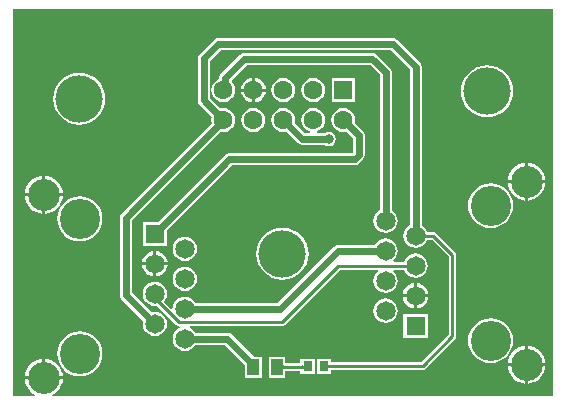
<source format=gtl>
G04*
G04 #@! TF.GenerationSoftware,Altium Limited,Altium Designer,20.0.13 (296)*
G04*
G04 Layer_Physical_Order=1*
G04 Layer_Color=255*
%FSLAX44Y44*%
%MOMM*%
G71*
G01*
G75*
%ADD13C,0.2540*%
%ADD14R,0.8000X0.9000*%
%ADD15R,1.0000X1.4000*%
%ADD26C,0.6000*%
%ADD27C,3.4000*%
%ADD28R,1.6500X1.6500*%
%ADD29C,1.6500*%
%ADD30C,2.7000*%
%ADD31C,4.0000*%
%ADD32C,1.6050*%
%ADD33R,1.6050X1.6050*%
%ADD34C,0.8000*%
G36*
X460431Y3569D02*
X36633D01*
X36315Y4839D01*
X38205Y5849D01*
X40647Y7853D01*
X42651Y10295D01*
X44141Y13082D01*
X45058Y16106D01*
X45243Y17980D01*
X29250D01*
X13257D01*
X13442Y16106D01*
X14359Y13082D01*
X15849Y10295D01*
X17853Y7853D01*
X20296Y5849D01*
X22185Y4839D01*
X21867Y3569D01*
X3569D01*
Y331431D01*
X460431D01*
Y3569D01*
D02*
G37*
%LPC*%
G36*
X207970Y273389D02*
Y264170D01*
X217189D01*
X216993Y265658D01*
X215928Y268228D01*
X214235Y270435D01*
X212028Y272129D01*
X209458Y273193D01*
X207970Y273389D01*
D02*
G37*
G36*
X205430Y273389D02*
X203942Y273193D01*
X201372Y272129D01*
X199165Y270435D01*
X197472Y268228D01*
X196407Y265658D01*
X196211Y264170D01*
X205430D01*
Y273389D01*
D02*
G37*
G36*
X292925Y272925D02*
X272875D01*
Y252875D01*
X292925D01*
Y272925D01*
D02*
G37*
G36*
X257500Y273011D02*
X254883Y272667D01*
X252444Y271657D01*
X250350Y270050D01*
X248743Y267956D01*
X247733Y265517D01*
X247388Y262900D01*
X247733Y260283D01*
X248743Y257844D01*
X250350Y255750D01*
X252444Y254143D01*
X254883Y253133D01*
X257500Y252789D01*
X260117Y253133D01*
X262556Y254143D01*
X264650Y255750D01*
X266257Y257844D01*
X267267Y260283D01*
X267612Y262900D01*
X267267Y265517D01*
X266257Y267956D01*
X264650Y270050D01*
X262556Y271657D01*
X260117Y272667D01*
X257500Y273011D01*
D02*
G37*
G36*
X232100D02*
X229483Y272667D01*
X227044Y271657D01*
X224950Y270050D01*
X223343Y267956D01*
X222333Y265517D01*
X221989Y262900D01*
X222333Y260283D01*
X223343Y257844D01*
X224950Y255750D01*
X227044Y254143D01*
X229483Y253133D01*
X232100Y252789D01*
X234717Y253133D01*
X237156Y254143D01*
X239250Y255750D01*
X240857Y257844D01*
X241867Y260283D01*
X242211Y262900D01*
X241867Y265517D01*
X240857Y267956D01*
X239250Y270050D01*
X237156Y271657D01*
X234717Y272667D01*
X232100Y273011D01*
D02*
G37*
G36*
X205430Y261630D02*
X196211D01*
X196407Y260142D01*
X197472Y257572D01*
X199165Y255365D01*
X201372Y253671D01*
X203942Y252607D01*
X205430Y252411D01*
Y261630D01*
D02*
G37*
G36*
X217189D02*
X207970D01*
Y252411D01*
X209458Y252607D01*
X212028Y253671D01*
X214235Y255365D01*
X215928Y257572D01*
X216993Y260142D01*
X217189Y261630D01*
D02*
G37*
G36*
X404500Y283856D02*
X400187Y283432D01*
X396040Y282174D01*
X392218Y280131D01*
X388868Y277382D01*
X386119Y274032D01*
X384076Y270210D01*
X382818Y266063D01*
X382394Y261750D01*
X382818Y257437D01*
X384076Y253290D01*
X386119Y249468D01*
X388868Y246118D01*
X392218Y243369D01*
X396040Y241326D01*
X400187Y240068D01*
X404500Y239644D01*
X408813Y240068D01*
X412960Y241326D01*
X416782Y243369D01*
X420132Y246118D01*
X422881Y249468D01*
X424924Y253290D01*
X426182Y257437D01*
X426606Y261750D01*
X426182Y266063D01*
X424924Y270210D01*
X422881Y274032D01*
X420132Y277382D01*
X416782Y280131D01*
X412960Y282174D01*
X408813Y283432D01*
X404500Y283856D01*
D02*
G37*
G36*
X59250Y277606D02*
X54937Y277182D01*
X50790Y275924D01*
X46968Y273881D01*
X43618Y271132D01*
X40869Y267782D01*
X38826Y263960D01*
X37568Y259813D01*
X37144Y255500D01*
X37568Y251187D01*
X38826Y247040D01*
X40869Y243218D01*
X43618Y239868D01*
X46968Y237119D01*
X50790Y235076D01*
X54937Y233818D01*
X59250Y233394D01*
X63563Y233818D01*
X67710Y235076D01*
X71532Y237119D01*
X74882Y239868D01*
X77631Y243218D01*
X79674Y247040D01*
X80932Y251187D01*
X81356Y255500D01*
X80932Y259813D01*
X79674Y263960D01*
X77631Y267782D01*
X74882Y271132D01*
X71532Y273881D01*
X67710Y275924D01*
X63563Y277182D01*
X59250Y277606D01*
D02*
G37*
G36*
X206700Y247612D02*
X204083Y247267D01*
X201644Y246257D01*
X199550Y244650D01*
X197943Y242556D01*
X196933Y240117D01*
X196588Y237500D01*
X196933Y234883D01*
X197943Y232444D01*
X199550Y230350D01*
X201644Y228743D01*
X204083Y227733D01*
X206700Y227388D01*
X209317Y227733D01*
X211756Y228743D01*
X213850Y230350D01*
X215457Y232444D01*
X216467Y234883D01*
X216812Y237500D01*
X216467Y240117D01*
X215457Y242556D01*
X213850Y244650D01*
X211756Y246257D01*
X209317Y247267D01*
X206700Y247612D01*
D02*
G37*
G36*
X257500D02*
X254883Y247267D01*
X252444Y246257D01*
X250350Y244650D01*
X248743Y242556D01*
X247733Y240117D01*
X247388Y237500D01*
X247733Y234883D01*
X248743Y232444D01*
X250350Y230350D01*
X252444Y228743D01*
X254557Y227868D01*
X254305Y226598D01*
X250212D01*
X241874Y234936D01*
X242211Y237500D01*
X241867Y240117D01*
X240857Y242556D01*
X239250Y244650D01*
X237156Y246257D01*
X234717Y247267D01*
X232100Y247612D01*
X229483Y247267D01*
X227044Y246257D01*
X224950Y244650D01*
X223343Y242556D01*
X222333Y240117D01*
X221989Y237500D01*
X222333Y234883D01*
X223343Y232444D01*
X224950Y230350D01*
X227044Y228743D01*
X229483Y227733D01*
X232100Y227388D01*
X234664Y227726D01*
X244495Y217895D01*
X246149Y216790D01*
X248100Y216402D01*
X267330D01*
X268159Y215848D01*
X270500Y215382D01*
X272841Y215848D01*
X274826Y217174D01*
X276152Y219159D01*
X276618Y221500D01*
X276152Y223841D01*
X274826Y225826D01*
X272841Y227152D01*
X270500Y227617D01*
X268159Y227152D01*
X267330Y226598D01*
X260695D01*
X260443Y227868D01*
X262556Y228743D01*
X264650Y230350D01*
X266257Y232444D01*
X267267Y234883D01*
X267612Y237500D01*
X267267Y240117D01*
X266257Y242556D01*
X264650Y244650D01*
X262556Y246257D01*
X260117Y247267D01*
X257500Y247612D01*
D02*
G37*
G36*
X439270Y201327D02*
Y186604D01*
X453993D01*
X453808Y188478D01*
X452891Y191502D01*
X451401Y194289D01*
X449397Y196731D01*
X446954Y198735D01*
X444168Y200225D01*
X441144Y201142D01*
X439270Y201327D01*
D02*
G37*
G36*
X436730D02*
X434856Y201142D01*
X431832Y200225D01*
X429045Y198735D01*
X426603Y196731D01*
X424599Y194289D01*
X423109Y191502D01*
X422192Y188478D01*
X422007Y186604D01*
X436730D01*
Y201327D01*
D02*
G37*
G36*
X30520Y190243D02*
Y175520D01*
X45243D01*
X45058Y177394D01*
X44141Y180418D01*
X42651Y183204D01*
X40647Y185647D01*
X38205Y187651D01*
X35418Y189141D01*
X32394Y190058D01*
X30520Y190243D01*
D02*
G37*
G36*
X27980D02*
X26106Y190058D01*
X23082Y189141D01*
X20296Y187651D01*
X17853Y185647D01*
X15849Y183204D01*
X14359Y180418D01*
X13442Y177394D01*
X13257Y175520D01*
X27980D01*
Y190243D01*
D02*
G37*
G36*
X436730Y184064D02*
X422007D01*
X422192Y182190D01*
X423109Y179166D01*
X424599Y176380D01*
X426603Y173937D01*
X429045Y171933D01*
X431832Y170443D01*
X434856Y169526D01*
X436730Y169342D01*
Y184064D01*
D02*
G37*
G36*
X453993D02*
X439270D01*
Y169342D01*
X441144Y169526D01*
X444168Y170443D01*
X446954Y171933D01*
X449397Y173937D01*
X451401Y176380D01*
X452891Y179166D01*
X453808Y182190D01*
X453993Y184064D01*
D02*
G37*
G36*
X45243Y172980D02*
X30520D01*
Y158258D01*
X32394Y158442D01*
X35418Y159359D01*
X38205Y160849D01*
X40647Y162853D01*
X42651Y165296D01*
X44141Y168082D01*
X45058Y171106D01*
X45243Y172980D01*
D02*
G37*
G36*
X27980D02*
X13257D01*
X13442Y171106D01*
X14359Y168082D01*
X15849Y165296D01*
X17853Y162853D01*
X20296Y160849D01*
X23082Y159359D01*
X26106Y158442D01*
X27980Y158258D01*
Y172980D01*
D02*
G37*
G36*
X407500Y184076D02*
X403775Y183709D01*
X400194Y182623D01*
X396893Y180858D01*
X394000Y178484D01*
X391626Y175591D01*
X389861Y172290D01*
X388775Y168709D01*
X388408Y164984D01*
X388775Y161259D01*
X389861Y157678D01*
X391626Y154377D01*
X394000Y151484D01*
X396893Y149110D01*
X400194Y147345D01*
X403775Y146259D01*
X407500Y145892D01*
X411225Y146259D01*
X414806Y147345D01*
X418107Y149110D01*
X421000Y151484D01*
X423374Y154377D01*
X425139Y157678D01*
X426225Y161259D01*
X426592Y164984D01*
X426225Y168709D01*
X425139Y172290D01*
X423374Y175591D01*
X421000Y178484D01*
X418107Y180858D01*
X414806Y182623D01*
X411225Y183709D01*
X407500Y184076D01*
D02*
G37*
G36*
X307500Y294348D02*
X198750D01*
X196799Y293960D01*
X195145Y292855D01*
X179284Y276993D01*
X178179Y275339D01*
X177791Y273389D01*
Y272297D01*
X176244Y271657D01*
X174150Y270050D01*
X172543Y267956D01*
X171533Y265517D01*
X171189Y262900D01*
X171533Y260283D01*
X172543Y257844D01*
X174150Y255750D01*
X176244Y254143D01*
X178683Y253133D01*
X181300Y252789D01*
X183917Y253133D01*
X186356Y254143D01*
X188450Y255750D01*
X190057Y257844D01*
X191067Y260283D01*
X191411Y262900D01*
X191067Y265517D01*
X190057Y267956D01*
X188450Y270050D01*
X188324Y270147D01*
X188257Y271548D01*
X200862Y284152D01*
X305388D01*
X313502Y276038D01*
Y161267D01*
X313431Y161237D01*
X311290Y159594D01*
X309647Y157453D01*
X308614Y154960D01*
X308262Y152284D01*
X308614Y149608D01*
X309647Y147115D01*
X311290Y144974D01*
X313431Y143331D01*
X315924Y142298D01*
X318600Y141946D01*
X321276Y142298D01*
X323769Y143331D01*
X325910Y144974D01*
X327553Y147115D01*
X328586Y149608D01*
X328938Y152284D01*
X328586Y154960D01*
X327553Y157453D01*
X325910Y159594D01*
X323769Y161237D01*
X323698Y161267D01*
Y278150D01*
X323310Y280101D01*
X322205Y281755D01*
X311105Y292855D01*
X309451Y293960D01*
X307500Y294348D01*
D02*
G37*
G36*
X59750Y172992D02*
X56025Y172625D01*
X52444Y171539D01*
X49143Y169774D01*
X46250Y167400D01*
X43876Y164507D01*
X42111Y161206D01*
X41025Y157625D01*
X40658Y153900D01*
X41025Y150175D01*
X42111Y146594D01*
X43876Y143293D01*
X46250Y140400D01*
X49143Y138026D01*
X52444Y136261D01*
X56025Y135175D01*
X59750Y134808D01*
X63475Y135175D01*
X67056Y136261D01*
X70357Y138026D01*
X73250Y140400D01*
X75624Y143293D01*
X77389Y146594D01*
X78475Y150175D01*
X78842Y153900D01*
X78475Y157625D01*
X77389Y161206D01*
X75624Y164507D01*
X73250Y167400D01*
X70357Y169774D01*
X67056Y171539D01*
X63475Y172625D01*
X59750Y172992D01*
D02*
G37*
G36*
X282900Y247612D02*
X280283Y247267D01*
X277844Y246257D01*
X275750Y244650D01*
X274143Y242556D01*
X273133Y240117D01*
X272789Y237500D01*
X273133Y234883D01*
X274143Y232444D01*
X275750Y230350D01*
X277844Y228743D01*
X280283Y227733D01*
X282900Y227388D01*
X285464Y227726D01*
X290902Y222288D01*
Y209876D01*
X290374Y209348D01*
X186300D01*
X184349Y208960D01*
X182695Y207855D01*
X126290Y151450D01*
X113000D01*
Y130950D01*
X133500D01*
Y144240D01*
X188412Y199152D01*
X292485D01*
X294436Y199540D01*
X296090Y200645D01*
X299605Y204160D01*
X300710Y205814D01*
X301098Y207765D01*
Y224400D01*
X300710Y226351D01*
X299605Y228005D01*
X292674Y234936D01*
X293011Y237500D01*
X292667Y240117D01*
X291657Y242556D01*
X290050Y244650D01*
X287956Y246257D01*
X285517Y247267D01*
X282900Y247612D01*
D02*
G37*
G36*
X148650Y138838D02*
X145974Y138486D01*
X143481Y137453D01*
X141340Y135810D01*
X139697Y133669D01*
X138664Y131176D01*
X138312Y128500D01*
X138664Y125824D01*
X139697Y123331D01*
X141340Y121190D01*
X143481Y119547D01*
X145974Y118514D01*
X148650Y118162D01*
X151326Y118514D01*
X153819Y119547D01*
X155960Y121190D01*
X157603Y123331D01*
X158636Y125824D01*
X158988Y128500D01*
X158636Y131176D01*
X157603Y133669D01*
X155960Y135810D01*
X153819Y137453D01*
X151326Y138486D01*
X148650Y138838D01*
D02*
G37*
G36*
X124520Y126516D02*
Y117070D01*
X133966D01*
X133762Y118617D01*
X132675Y121242D01*
X130946Y123496D01*
X128692Y125225D01*
X126067Y126312D01*
X124520Y126516D01*
D02*
G37*
G36*
X121980D02*
X120433Y126312D01*
X117809Y125225D01*
X115555Y123496D01*
X113825Y121242D01*
X112738Y118617D01*
X112534Y117070D01*
X121980D01*
Y126516D01*
D02*
G37*
G36*
Y114530D02*
X112534D01*
X112738Y112983D01*
X113825Y110358D01*
X115555Y108104D01*
X117809Y106375D01*
X120433Y105288D01*
X121980Y105084D01*
Y114530D01*
D02*
G37*
G36*
X133966D02*
X124520D01*
Y105084D01*
X126067Y105288D01*
X128692Y106375D01*
X130946Y108104D01*
X132675Y110358D01*
X133762Y112983D01*
X133966Y114530D01*
D02*
G37*
G36*
X318600Y137222D02*
X315924Y136870D01*
X313431Y135837D01*
X311290Y134194D01*
X309647Y132053D01*
X309562Y131848D01*
X278250D01*
X276299Y131460D01*
X274645Y130355D01*
X227088Y82798D01*
X157633D01*
X157603Y82869D01*
X155960Y85010D01*
X153819Y86653D01*
X151326Y87686D01*
X148650Y88038D01*
X145974Y87686D01*
X143481Y86653D01*
X141340Y85010D01*
X139697Y82869D01*
X138664Y80376D01*
X138377Y78193D01*
X137105Y77668D01*
X131048Y83725D01*
X132203Y85231D01*
X133236Y87724D01*
X133588Y90400D01*
X133236Y93076D01*
X132203Y95569D01*
X130560Y97710D01*
X128419Y99353D01*
X125926Y100386D01*
X123250Y100738D01*
X120574Y100386D01*
X118081Y99353D01*
X115940Y97710D01*
X114297Y95569D01*
X113264Y93076D01*
X112912Y90400D01*
X113264Y87724D01*
X114297Y85231D01*
X115940Y83090D01*
X118081Y81447D01*
X120574Y80414D01*
X123250Y80062D01*
X125045Y80298D01*
X141521Y63822D01*
X142602Y63100D01*
X143878Y62846D01*
X144007D01*
X144260Y61576D01*
X143481Y61253D01*
X141340Y59610D01*
X139697Y57469D01*
X138664Y54976D01*
X138312Y52300D01*
X138664Y49624D01*
X139697Y47131D01*
X141340Y44990D01*
X143481Y43347D01*
X145974Y42314D01*
X148650Y41962D01*
X151326Y42314D01*
X153819Y43347D01*
X155960Y44990D01*
X157603Y47131D01*
X157633Y47202D01*
X182588D01*
X199750Y30040D01*
Y19250D01*
X213750D01*
Y37250D01*
X206960D01*
X188305Y55905D01*
X186651Y57010D01*
X184700Y57398D01*
X157633D01*
X157603Y57469D01*
X155960Y59610D01*
X153819Y61253D01*
X153040Y61576D01*
X153293Y62846D01*
X230680D01*
X231956Y63100D01*
X233037Y63822D01*
X280065Y110850D01*
X311882D01*
X312313Y109580D01*
X311290Y108794D01*
X309647Y106653D01*
X308614Y104160D01*
X308262Y101484D01*
X308614Y98808D01*
X309647Y96315D01*
X311290Y94174D01*
X313431Y92531D01*
X315924Y91498D01*
X318600Y91146D01*
X321276Y91498D01*
X323769Y92531D01*
X325910Y94174D01*
X327553Y96315D01*
X328586Y98808D01*
X328938Y101484D01*
X328586Y104160D01*
X327553Y106653D01*
X325910Y108794D01*
X324887Y109580D01*
X325318Y110850D01*
X334286D01*
X335047Y109015D01*
X336690Y106874D01*
X338831Y105231D01*
X341324Y104198D01*
X344000Y103846D01*
X346676Y104198D01*
X349169Y105231D01*
X351310Y106874D01*
X352953Y109015D01*
X353986Y111508D01*
X354338Y114184D01*
X353986Y116860D01*
X352953Y119353D01*
X351310Y121494D01*
X349169Y123137D01*
X346676Y124170D01*
X344000Y124522D01*
X341324Y124170D01*
X338831Y123137D01*
X336690Y121494D01*
X335047Y119353D01*
X334286Y117518D01*
X325318D01*
X324887Y118788D01*
X325910Y119574D01*
X327553Y121715D01*
X328586Y124208D01*
X328938Y126884D01*
X328586Y129560D01*
X327553Y132053D01*
X325910Y134194D01*
X323769Y135837D01*
X321276Y136870D01*
X318600Y137222D01*
D02*
G37*
G36*
X231250Y146356D02*
X226937Y145932D01*
X222790Y144674D01*
X218968Y142631D01*
X215618Y139882D01*
X212869Y136532D01*
X210826Y132710D01*
X209568Y128563D01*
X209144Y124250D01*
X209568Y119937D01*
X210826Y115790D01*
X212869Y111968D01*
X215618Y108618D01*
X218968Y105869D01*
X222790Y103826D01*
X226937Y102568D01*
X231250Y102144D01*
X235563Y102568D01*
X239710Y103826D01*
X243532Y105869D01*
X246882Y108618D01*
X249631Y111968D01*
X251674Y115790D01*
X252932Y119937D01*
X253356Y124250D01*
X252932Y128563D01*
X251674Y132710D01*
X249631Y136532D01*
X246882Y139882D01*
X243532Y142631D01*
X239710Y144674D01*
X235563Y145932D01*
X231250Y146356D01*
D02*
G37*
G36*
X148650Y113438D02*
X145974Y113086D01*
X143481Y112053D01*
X141340Y110410D01*
X139697Y108269D01*
X138664Y105776D01*
X138312Y103100D01*
X138664Y100424D01*
X139697Y97931D01*
X141340Y95790D01*
X143481Y94147D01*
X145974Y93114D01*
X148650Y92762D01*
X151326Y93114D01*
X153819Y94147D01*
X155960Y95790D01*
X157603Y97931D01*
X158636Y100424D01*
X158988Y103100D01*
X158636Y105776D01*
X157603Y108269D01*
X155960Y110410D01*
X153819Y112053D01*
X151326Y113086D01*
X148650Y113438D01*
D02*
G37*
G36*
X345270Y99500D02*
Y90054D01*
X354716D01*
X354512Y91601D01*
X353425Y94226D01*
X351696Y96480D01*
X349441Y98209D01*
X346817Y99296D01*
X345270Y99500D01*
D02*
G37*
G36*
X342730Y99500D02*
X341183Y99296D01*
X338559Y98209D01*
X336305Y96480D01*
X334575Y94226D01*
X333488Y91601D01*
X333284Y90054D01*
X342730D01*
Y99500D01*
D02*
G37*
G36*
Y87514D02*
X333284D01*
X333488Y85967D01*
X334575Y83343D01*
X336305Y81088D01*
X338559Y79359D01*
X341183Y78272D01*
X342730Y78068D01*
Y87514D01*
D02*
G37*
G36*
X354716D02*
X345270D01*
Y78068D01*
X346817Y78272D01*
X349441Y79359D01*
X351696Y81088D01*
X353425Y83343D01*
X354512Y85967D01*
X354716Y87514D01*
D02*
G37*
G36*
X318600Y86422D02*
X315924Y86070D01*
X313431Y85037D01*
X311290Y83394D01*
X309647Y81253D01*
X308614Y78760D01*
X308262Y76084D01*
X308614Y73408D01*
X309647Y70915D01*
X311290Y68774D01*
X313431Y67131D01*
X315924Y66098D01*
X318600Y65746D01*
X321276Y66098D01*
X323769Y67131D01*
X325910Y68774D01*
X327553Y70915D01*
X328586Y73408D01*
X328938Y76084D01*
X328586Y78760D01*
X327553Y81253D01*
X325910Y83394D01*
X323769Y85037D01*
X321276Y86070D01*
X318600Y86422D01*
D02*
G37*
G36*
X354250Y73634D02*
X333750D01*
Y53134D01*
X354250D01*
Y73634D01*
D02*
G37*
G36*
X324750Y307098D02*
X176750D01*
X174799Y306710D01*
X173145Y305605D01*
X161145Y293605D01*
X160040Y291951D01*
X159652Y290000D01*
Y254050D01*
X160040Y252099D01*
X161145Y250445D01*
X171526Y240064D01*
X171189Y237500D01*
X171526Y234936D01*
X94895Y158305D01*
X93790Y156651D01*
X93402Y154700D01*
Y89750D01*
X93790Y87799D01*
X94895Y86145D01*
X113293Y67747D01*
X113264Y67676D01*
X112912Y65000D01*
X113264Y62324D01*
X114297Y59831D01*
X115940Y57690D01*
X118081Y56047D01*
X120574Y55014D01*
X123250Y54662D01*
X125926Y55014D01*
X128419Y56047D01*
X130560Y57690D01*
X132203Y59831D01*
X133236Y62324D01*
X133588Y65000D01*
X133236Y67676D01*
X132203Y70169D01*
X130560Y72310D01*
X128419Y73953D01*
X125926Y74986D01*
X123250Y75338D01*
X120574Y74986D01*
X120503Y74957D01*
X103598Y91862D01*
Y152588D01*
X178736Y227726D01*
X181300Y227388D01*
X183917Y227733D01*
X186356Y228743D01*
X188450Y230350D01*
X190057Y232444D01*
X191067Y234883D01*
X191411Y237500D01*
X191067Y240117D01*
X190057Y242556D01*
X188450Y244650D01*
X186356Y246257D01*
X183917Y247267D01*
X181300Y247612D01*
X178736Y247274D01*
X169848Y256162D01*
Y287888D01*
X178862Y296902D01*
X322638D01*
X338902Y280638D01*
Y148567D01*
X338831Y148537D01*
X336690Y146894D01*
X335047Y144753D01*
X334014Y142260D01*
X333662Y139584D01*
X334014Y136908D01*
X335047Y134415D01*
X336690Y132274D01*
X338831Y130631D01*
X341324Y129598D01*
X344000Y129246D01*
X346676Y129598D01*
X349169Y130631D01*
X351310Y132274D01*
X352953Y134415D01*
X353713Y136250D01*
X357785D01*
X371916Y122119D01*
Y55631D01*
X348619Y32334D01*
X272500D01*
Y35500D01*
X260500D01*
Y22500D01*
X272500D01*
Y25666D01*
X350000D01*
X351276Y25920D01*
X352357Y26642D01*
X377607Y51892D01*
X378330Y52974D01*
X378584Y54250D01*
Y123500D01*
X378330Y124776D01*
X377608Y125857D01*
X361524Y141941D01*
X360442Y142664D01*
X359166Y142918D01*
X353713D01*
X352953Y144753D01*
X351310Y146894D01*
X349169Y148537D01*
X349098Y148567D01*
Y282750D01*
X348710Y284701D01*
X347605Y286355D01*
X328355Y305605D01*
X326701Y306710D01*
X324750Y307098D01*
D02*
G37*
G36*
X439270Y46326D02*
Y31604D01*
X453993D01*
X453808Y33478D01*
X452891Y36502D01*
X451401Y39288D01*
X449397Y41731D01*
X446954Y43735D01*
X444168Y45225D01*
X441144Y46142D01*
X439270Y46326D01*
D02*
G37*
G36*
X436730D02*
X434856Y46142D01*
X431832Y45225D01*
X429045Y43735D01*
X426603Y41731D01*
X424599Y39288D01*
X423109Y36502D01*
X422192Y33478D01*
X422007Y31604D01*
X436730D01*
Y46326D01*
D02*
G37*
G36*
X407500Y69776D02*
X403775Y69409D01*
X400194Y68323D01*
X396893Y66558D01*
X394000Y64184D01*
X391626Y61291D01*
X389861Y57990D01*
X388775Y54409D01*
X388408Y50684D01*
X388775Y46959D01*
X389861Y43378D01*
X391626Y40077D01*
X394000Y37184D01*
X396893Y34810D01*
X400194Y33045D01*
X403775Y31959D01*
X407500Y31592D01*
X411225Y31959D01*
X414806Y33045D01*
X418107Y34810D01*
X421000Y37184D01*
X423374Y40077D01*
X425139Y43378D01*
X426225Y46959D01*
X426592Y50684D01*
X426225Y54409D01*
X425139Y57990D01*
X423374Y61291D01*
X421000Y64184D01*
X418107Y66558D01*
X414806Y68323D01*
X411225Y69409D01*
X407500Y69776D01*
D02*
G37*
G36*
X233750Y37250D02*
X219750D01*
Y19250D01*
X233750D01*
Y24916D01*
X246500D01*
Y22500D01*
X258500D01*
Y35500D01*
X246500D01*
Y31584D01*
X233750D01*
Y37250D01*
D02*
G37*
G36*
X30520Y35243D02*
Y20520D01*
X45243D01*
X45058Y22394D01*
X44141Y25418D01*
X42651Y28205D01*
X40647Y30647D01*
X38205Y32651D01*
X35418Y34141D01*
X32394Y35058D01*
X30520Y35243D01*
D02*
G37*
G36*
X27980D02*
X26106Y35058D01*
X23082Y34141D01*
X20296Y32651D01*
X17853Y30647D01*
X15849Y28205D01*
X14359Y25418D01*
X13442Y22394D01*
X13257Y20520D01*
X27980D01*
Y35243D01*
D02*
G37*
G36*
X59750Y58692D02*
X56025Y58325D01*
X52444Y57239D01*
X49143Y55474D01*
X46250Y53100D01*
X43876Y50207D01*
X42111Y46906D01*
X41025Y43325D01*
X40658Y39600D01*
X41025Y35875D01*
X42111Y32294D01*
X43876Y28993D01*
X46250Y26100D01*
X49143Y23726D01*
X52444Y21961D01*
X56025Y20875D01*
X59750Y20508D01*
X63475Y20875D01*
X67056Y21961D01*
X70357Y23726D01*
X73250Y26100D01*
X75624Y28993D01*
X77389Y32294D01*
X78475Y35875D01*
X78842Y39600D01*
X78475Y43325D01*
X77389Y46906D01*
X75624Y50207D01*
X73250Y53100D01*
X70357Y55474D01*
X67056Y57239D01*
X63475Y58325D01*
X59750Y58692D01*
D02*
G37*
G36*
X436730Y29064D02*
X422007D01*
X422192Y27190D01*
X423109Y24166D01*
X424599Y21379D01*
X426603Y18937D01*
X429045Y16933D01*
X431832Y15443D01*
X434856Y14526D01*
X436730Y14341D01*
Y29064D01*
D02*
G37*
G36*
X453993D02*
X439270D01*
Y14341D01*
X441144Y14526D01*
X444168Y15443D01*
X446954Y16933D01*
X449397Y18937D01*
X451401Y21379D01*
X452891Y24166D01*
X453808Y27190D01*
X453993Y29064D01*
D02*
G37*
%LPD*%
G36*
X185767Y269567D02*
X179770Y270778D01*
X179792Y270808D01*
X179813Y270890D01*
X179830Y271022D01*
X179859Y271442D01*
X179888Y273389D01*
X185889D01*
X185767Y269567D01*
D02*
G37*
G36*
X346340Y141545D02*
X346657Y141400D01*
X347072Y141272D01*
X347585Y141161D01*
X348196Y141067D01*
X349711Y140931D01*
X351618Y140863D01*
X352718Y140854D01*
Y138314D01*
X351618Y138306D01*
X347585Y138007D01*
X347072Y137896D01*
X346657Y137768D01*
X346340Y137623D01*
X346120Y137461D01*
Y141707D01*
X346340Y141545D01*
D02*
G37*
G36*
X270465Y31299D02*
X270542Y31083D01*
X270670Y30892D01*
X270850Y30727D01*
X271082Y30587D01*
X271364Y30473D01*
X271698Y30384D01*
X272084Y30321D01*
X272521Y30283D01*
X273009Y30270D01*
Y27730D01*
X272521Y27717D01*
X272084Y27679D01*
X271698Y27616D01*
X271364Y27527D01*
X271082Y27413D01*
X270850Y27273D01*
X270670Y27108D01*
X270542Y26917D01*
X270465Y26701D01*
X270439Y26460D01*
Y31540D01*
X270465Y31299D01*
D02*
G37*
G36*
X248531Y25710D02*
X248505Y25951D01*
X248429Y26167D01*
X248302Y26358D01*
X248124Y26523D01*
X247896Y26662D01*
X247616Y26777D01*
X247286Y26866D01*
X246905Y26929D01*
X246473Y26967D01*
X245991Y26980D01*
Y29520D01*
X246473Y29533D01*
X246905Y29571D01*
X247286Y29634D01*
X247616Y29723D01*
X247896Y29838D01*
X248124Y29977D01*
X248302Y30142D01*
X248429Y30333D01*
X248505Y30549D01*
X248531Y30790D01*
Y25710D01*
D02*
G37*
G36*
X231715Y30549D02*
X231792Y30333D01*
X231920Y30142D01*
X232100Y29977D01*
X232332Y29838D01*
X232614Y29723D01*
X232949Y29634D01*
X233334Y29571D01*
X233771Y29533D01*
X234259Y29520D01*
Y26980D01*
X233771Y26967D01*
X233334Y26929D01*
X232949Y26866D01*
X232614Y26777D01*
X232332Y26662D01*
X232100Y26523D01*
X231920Y26358D01*
X231792Y26167D01*
X231715Y25951D01*
X231689Y25710D01*
Y30790D01*
X231715Y30549D01*
D02*
G37*
D13*
X359166Y139584D02*
X375250Y123500D01*
X344000Y139584D02*
X359166D01*
X375250Y54250D02*
Y123500D01*
X266500Y29000D02*
X350000D01*
X375250Y54250D01*
X226750Y28250D02*
X251750D01*
X252500Y29000D01*
X123250Y86808D02*
Y90400D01*
Y86808D02*
X143878Y66180D01*
X230680D01*
X278684Y114184D02*
X344000D01*
X230680Y66180D02*
X278684Y114184D01*
D14*
X266500Y29000D02*
D03*
X252500D02*
D03*
D15*
X206750Y28250D02*
D03*
X226750D02*
D03*
D26*
X123250Y141200D02*
X186300Y204250D01*
X296000Y207765D02*
Y224400D01*
X292485Y204250D02*
X296000Y207765D01*
X186300Y204250D02*
X292485D01*
X282900Y237500D02*
X296000Y224400D01*
X248100Y221500D02*
X270500D01*
X232100Y237500D02*
X248100Y221500D01*
X148650Y77700D02*
X229200D01*
X278250Y126750D01*
X318466D01*
X164750Y254050D02*
X181300Y237500D01*
X164750Y254050D02*
Y290000D01*
X176750Y302000D02*
X324750D01*
X164750Y290000D02*
X176750Y302000D01*
X344000Y139584D02*
Y282750D01*
X324750Y302000D02*
X344000Y282750D01*
X198750Y289250D02*
X307500D01*
X182889Y273389D02*
X198750Y289250D01*
X181300Y262900D02*
X182889Y264489D01*
Y273389D01*
X307500Y289250D02*
X318600Y278150D01*
Y152284D02*
Y278150D01*
X98500Y154700D02*
X181300Y237500D01*
X98500Y89750D02*
Y154700D01*
Y89750D02*
X123250Y65000D01*
X148650Y52300D02*
X184700D01*
X206750Y30250D01*
Y28250D02*
Y30250D01*
X318466Y126750D02*
X318600Y126884D01*
D27*
X59750Y153900D02*
D03*
Y39600D02*
D03*
X407500Y50684D02*
D03*
Y164984D02*
D03*
D28*
X123250Y141200D02*
D03*
X344000Y63384D02*
D03*
D29*
X148650Y128500D02*
D03*
X123250Y115800D02*
D03*
X148650Y103100D02*
D03*
X123250Y90400D02*
D03*
X148650Y77700D02*
D03*
X123250Y65000D02*
D03*
X148650Y52300D02*
D03*
X318600Y76084D02*
D03*
X344000Y88784D02*
D03*
X318600Y101484D02*
D03*
X344000Y114184D02*
D03*
X318600Y126884D02*
D03*
X344000Y139584D02*
D03*
X318600Y152284D02*
D03*
D30*
X29250Y174250D02*
D03*
Y19250D02*
D03*
X438000Y30334D02*
D03*
Y185334D02*
D03*
D31*
X231250Y124250D02*
D03*
X59250Y255500D02*
D03*
X404500Y261750D02*
D03*
D32*
X181300Y237500D02*
D03*
Y262900D02*
D03*
X206700Y237500D02*
D03*
Y262900D02*
D03*
X232100Y237500D02*
D03*
Y262900D02*
D03*
X257500Y237500D02*
D03*
Y262900D02*
D03*
X282900Y237500D02*
D03*
D33*
Y262900D02*
D03*
D34*
X270500Y221500D02*
D03*
M02*

</source>
